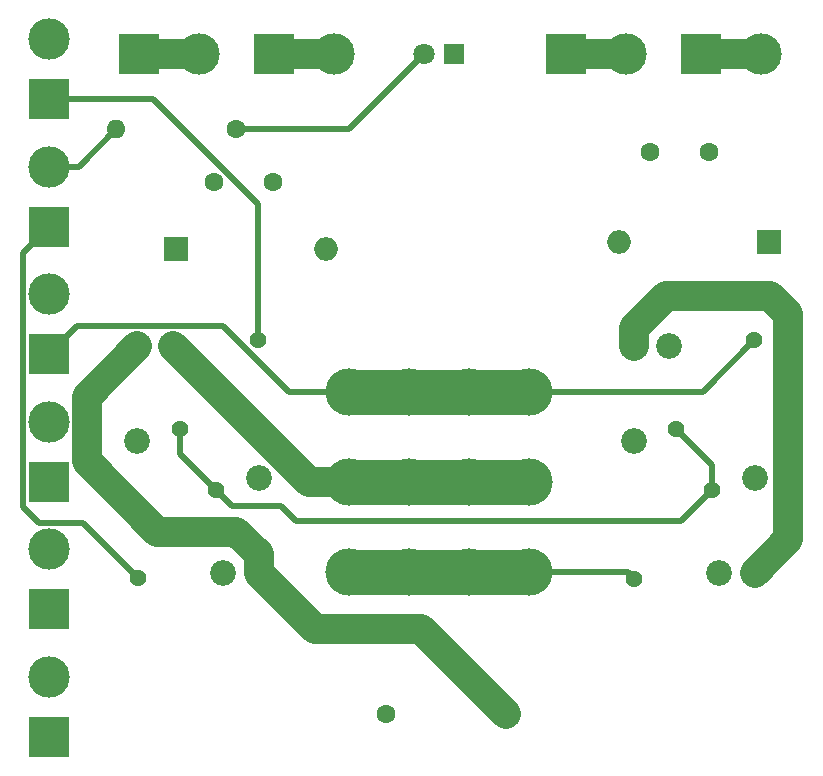
<source format=gbr>
G04 #@! TF.GenerationSoftware,KiCad,Pcbnew,(5.1.9)-1*
G04 #@! TF.CreationDate,2023-04-15T15:35:37-07:00*
G04 #@! TF.ProjectId,RELAYC,52454c41-5943-42e6-9b69-6361645f7063,rev?*
G04 #@! TF.SameCoordinates,Original*
G04 #@! TF.FileFunction,Copper,L2,Bot*
G04 #@! TF.FilePolarity,Positive*
%FSLAX46Y46*%
G04 Gerber Fmt 4.6, Leading zero omitted, Abs format (unit mm)*
G04 Created by KiCad (PCBNEW (5.1.9)-1) date 2023-04-15 15:35:37*
%MOMM*%
%LPD*%
G01*
G04 APERTURE LIST*
G04 #@! TA.AperFunction,ComponentPad*
%ADD10C,3.500120*%
G04 #@! TD*
G04 #@! TA.AperFunction,ComponentPad*
%ADD11R,3.500120X3.500120*%
G04 #@! TD*
G04 #@! TA.AperFunction,ComponentPad*
%ADD12C,1.438000*%
G04 #@! TD*
G04 #@! TA.AperFunction,ComponentPad*
%ADD13C,2.175000*%
G04 #@! TD*
G04 #@! TA.AperFunction,ComponentPad*
%ADD14O,2.000000X2.000000*%
G04 #@! TD*
G04 #@! TA.AperFunction,ComponentPad*
%ADD15R,2.000000X2.000000*%
G04 #@! TD*
G04 #@! TA.AperFunction,ComponentPad*
%ADD16C,1.600000*%
G04 #@! TD*
G04 #@! TA.AperFunction,ComponentPad*
%ADD17O,1.600000X1.600000*%
G04 #@! TD*
G04 #@! TA.AperFunction,ComponentPad*
%ADD18R,1.800000X1.800000*%
G04 #@! TD*
G04 #@! TA.AperFunction,ComponentPad*
%ADD19C,1.800000*%
G04 #@! TD*
G04 #@! TA.AperFunction,ComponentPad*
%ADD20C,4.000000*%
G04 #@! TD*
G04 #@! TA.AperFunction,Conductor*
%ADD21C,2.540000*%
G04 #@! TD*
G04 #@! TA.AperFunction,Conductor*
%ADD22C,0.508000*%
G04 #@! TD*
G04 #@! TA.AperFunction,Conductor*
%ADD23C,3.810000*%
G04 #@! TD*
G04 #@! TA.AperFunction,Conductor*
%ADD24C,1.270000*%
G04 #@! TD*
G04 APERTURE END LIST*
D10*
X129540000Y-65405000D03*
D11*
X124460000Y-65405000D03*
D10*
X118110000Y-65405000D03*
D11*
X113030000Y-65405000D03*
D10*
X93345000Y-65405000D03*
D11*
X88265000Y-65405000D03*
D10*
X81915000Y-65405000D03*
D11*
X76835000Y-65405000D03*
D10*
X69215000Y-118110000D03*
D11*
X69215000Y-123190000D03*
D10*
X69215000Y-107315000D03*
D11*
X69215000Y-112395000D03*
D10*
X69215000Y-96520000D03*
D11*
X69215000Y-101600000D03*
D10*
X69215000Y-85725000D03*
D11*
X69215000Y-90805000D03*
D10*
X69215000Y-74930000D03*
D11*
X69215000Y-80010000D03*
D10*
X69215000Y-64135000D03*
D11*
X69215000Y-69215000D03*
D12*
X86935000Y-89605000D03*
X80335000Y-97105000D03*
X83395000Y-102275000D03*
X76795000Y-109775000D03*
D13*
X86995000Y-109275000D03*
X86995000Y-101275000D03*
X83995000Y-109275000D03*
X76735000Y-90105000D03*
X76735000Y-98105000D03*
X79735000Y-90105000D03*
D14*
X92710000Y-81915000D03*
D15*
X80010000Y-81915000D03*
D16*
X88185000Y-76200000D03*
X83185000Y-76200000D03*
D12*
X118805000Y-109785000D03*
X125405000Y-102285000D03*
X122345000Y-97115000D03*
X128945000Y-89615000D03*
D13*
X118745000Y-90115000D03*
X118745000Y-98115000D03*
X121745000Y-90115000D03*
X129005000Y-109285000D03*
X129005000Y-101285000D03*
X126005000Y-109285000D03*
D16*
X85090000Y-71755000D03*
D17*
X74930000Y-71755000D03*
D16*
X97790000Y-121285000D03*
D17*
X107950000Y-121285000D03*
D15*
X130175000Y-81280000D03*
D14*
X117475000Y-81280000D03*
D18*
X103505000Y-65405000D03*
D19*
X100965000Y-65405000D03*
D16*
X125095000Y-73660000D03*
X120095000Y-73660000D03*
D20*
X109855000Y-93980000D03*
X104775000Y-93980000D03*
X109855000Y-101600000D03*
X104775000Y-101600000D03*
X109855000Y-109220000D03*
X104775000Y-109220000D03*
X94615000Y-109220000D03*
X99695000Y-109220000D03*
X94615000Y-101600000D03*
X99695000Y-101600000D03*
X94615000Y-93980000D03*
X99695000Y-93980000D03*
D21*
X124460000Y-65405000D02*
X129540000Y-65405000D01*
X113030000Y-65405000D02*
X118110000Y-65405000D01*
X129005000Y-109285000D02*
X131826000Y-106464000D01*
X131826000Y-106464000D02*
X131826000Y-87376000D01*
X131826000Y-87376000D02*
X130302000Y-85852000D01*
X130302000Y-85852000D02*
X121470043Y-85852000D01*
X118745000Y-88577043D02*
X118745000Y-90115000D01*
X121470043Y-85852000D02*
X118745000Y-88577043D01*
X86995000Y-109275000D02*
X91766000Y-114046000D01*
X100711000Y-114046000D02*
X107950000Y-121285000D01*
X91766000Y-114046000D02*
X100711000Y-114046000D01*
X86995000Y-107737043D02*
X85090000Y-105832043D01*
X86995000Y-109275000D02*
X86995000Y-107737043D01*
X85090000Y-105832043D02*
X78400043Y-105832043D01*
X72435061Y-94404939D02*
X76735000Y-90105000D01*
X72435061Y-99867061D02*
X72435061Y-94404939D01*
X78400043Y-105832043D02*
X72435061Y-99867061D01*
D22*
X83395000Y-102275000D02*
X84752000Y-103632000D01*
X84752000Y-103632000D02*
X88900000Y-103632000D01*
X88900000Y-103632000D02*
X90170000Y-104902000D01*
X122788000Y-104902000D02*
X125405000Y-102285000D01*
X90170000Y-104902000D02*
X122788000Y-104902000D01*
X125405000Y-100175000D02*
X122345000Y-97115000D01*
X125405000Y-102285000D02*
X125405000Y-100175000D01*
X80335000Y-99215000D02*
X83395000Y-102275000D01*
X80335000Y-97105000D02*
X80335000Y-99215000D01*
X94615000Y-71755000D02*
X100965000Y-65405000D01*
X85090000Y-71755000D02*
X94615000Y-71755000D01*
D23*
X94615000Y-101600000D02*
X109855000Y-101600000D01*
D21*
X91230000Y-101600000D02*
X79735000Y-90105000D01*
X94615000Y-101600000D02*
X91230000Y-101600000D01*
D24*
X110490000Y-109855000D02*
X109855000Y-109220000D01*
D23*
X109855000Y-109220000D02*
X94615000Y-109220000D01*
D22*
X118240000Y-109220000D02*
X118805000Y-109785000D01*
X109855000Y-109220000D02*
X118240000Y-109220000D01*
D23*
X109855000Y-93980000D02*
X94615000Y-93980000D01*
D22*
X89573958Y-93980000D02*
X94615000Y-93980000D01*
X83974949Y-88380991D02*
X89573958Y-93980000D01*
X71639009Y-88380991D02*
X83974949Y-88380991D01*
X69215000Y-90805000D02*
X71639009Y-88380991D01*
X124580000Y-93980000D02*
X128945000Y-89615000D01*
X109855000Y-93980000D02*
X124580000Y-93980000D01*
X72130939Y-105110939D02*
X76795000Y-109775000D01*
X68408617Y-105110939D02*
X72130939Y-105110939D01*
X67010939Y-82214061D02*
X67010939Y-103713261D01*
X67010939Y-103713261D02*
X68408617Y-105110939D01*
X69215000Y-80010000D02*
X67010939Y-82214061D01*
X71755000Y-74930000D02*
X74930000Y-71755000D01*
X69215000Y-74930000D02*
X71755000Y-74930000D01*
D21*
X88265000Y-65405000D02*
X93345000Y-65405000D01*
X76835000Y-65405000D02*
X81915000Y-65405000D01*
D22*
X69215000Y-69215000D02*
X71473060Y-69215000D01*
X78055922Y-69215000D02*
X69215000Y-69215000D01*
X86935000Y-78094078D02*
X78055922Y-69215000D01*
X86935000Y-89605000D02*
X86935000Y-78094078D01*
M02*

</source>
